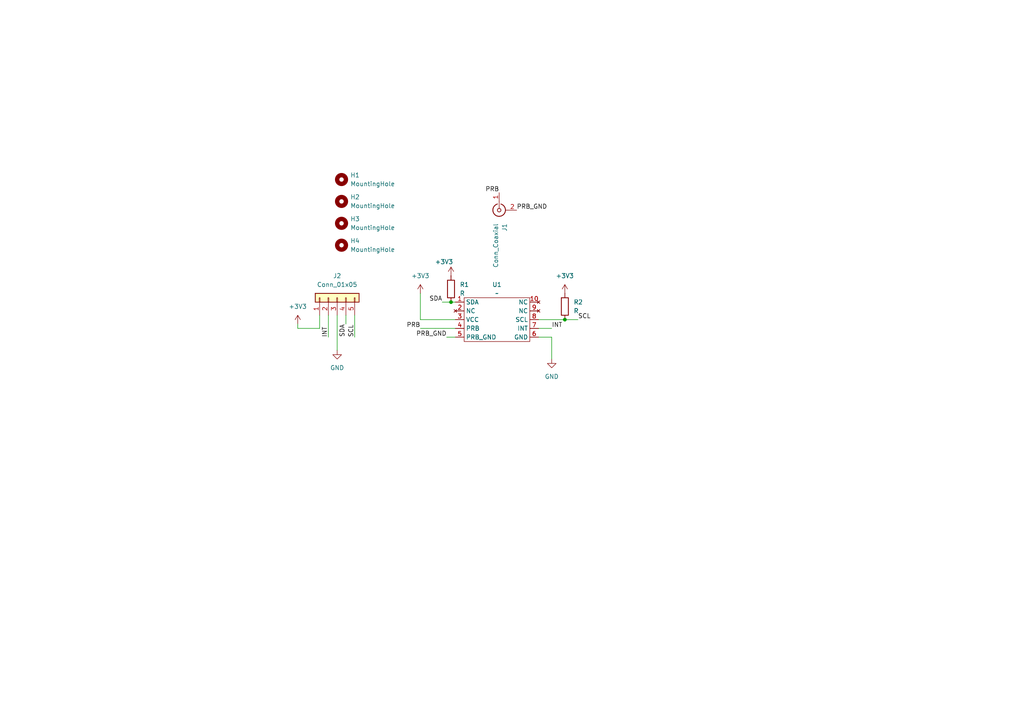
<source format=kicad_sch>
(kicad_sch (version 20231120) (generator "eeschema") (generator_version "8.0")
  (paper "A4")
  (lib_symbols
    (symbol "Connector:Conn_Coaxial" (pin_names (offset 1.016) hide)
      (property "Reference" "J" (at 0.254 3.048 0))
      (property "Value" "Conn_Coaxial" (at 2.921 0 90))
      (symbol "Conn_Coaxial_0_1"
        (arc (start -1.778 -0.508) (mid 0.2311 -1.8066) (end 1.778 0) (stroke (width 0.254)))
        (polyline (pts (xy -2.54 0) (xy -0.508 0)))
        (polyline (pts (xy 0 -2.54) (xy 0 -1.778)))
        (circle (center 0 0) (radius 0.508) (stroke (width 0.2032)))
        (arc (start 1.778 0) (mid 0.2099 1.8101) (end -1.778 0.508) (stroke (width 0.254)))
      )
      (symbol "Conn_Coaxial_1_1"
        (pin passive line (at -5.08 0 0) (length 2.54) (name "In") (number "1"))
        (pin passive line (at 0 -5.08 90) (length 2.54) (name "Ext") (number "2"))
      )
    )
    (symbol "Connector_Generic:Conn_01x05" (pin_names (offset 1.016) hide)
      (property "Reference" "J" (at 0 7.62 0))
      (property "Value" "Conn_01x05" (at 0 -7.62 0))
      (symbol "Conn_01x05_1_1"
        (rectangle (start -1.27 -4.953) (end 0 -5.207) (stroke (width 0.1524)))
        (rectangle (start -1.27 -2.413) (end 0 -2.667) (stroke (width 0.1524)))
        (rectangle (start -1.27 0.127) (end 0 -0.127) (stroke (width 0.1524)))
        (rectangle (start -1.27 2.667) (end 0 2.413) (stroke (width 0.1524)))
        (rectangle (start -1.27 5.207) (end 0 4.953) (stroke (width 0.1524)))
        (rectangle (start -1.27 6.35) (end 1.27 -6.35) (stroke (width 0.254)) (fill (type background)))
        (pin passive line (at -5.08 5.08 0) (length 3.81) (name "Pin_1") (number "1"))
        (pin passive line (at -5.08 2.54 0) (length 3.81) (name "Pin_2") (number "2"))
        (pin passive line (at -5.08 0 0) (length 3.81) (name "Pin_3") (number "3"))
        (pin passive line (at -5.08 -2.54 0) (length 3.81) (name "Pin_4") (number "4"))
        (pin passive line (at -5.08 -5.08 0) (length 3.81) (name "Pin_5") (number "5"))
      )
    )
    (symbol "Device:R" (pin_numbers hide) (pin_names (offset 0))
      (property "Reference" "R" (at 2.032 0 90))
      (property "Value" "R" (at 0 0 90))
      (symbol "R_0_1"
        (rectangle (start -1.016 -2.54) (end 1.016 2.54) (stroke (width 0.254)))
      )
      (symbol "R_1_1"
        (pin passive line (at 0 3.81 270) (length 1.27) (name "~") (number "1"))
        (pin passive line (at 0 -3.81 90) (length 1.27) (name "~") (number "2"))
      )
    )
    (symbol "Mechanical:MountingHole" (pin_names (offset 1.016)) (exclude_from_sim yes) (in_bom no)
      (property "Reference" "H" (at 0 5.08 0))
      (property "Value" "MountingHole" (at 0 3.175 0))
      (symbol "MountingHole_0_1"
        (circle (center 0 0) (radius 1.27) (stroke (width 1.27)))
      )
    )
    (symbol "atlas_oem:oem_ph"
      (property "Reference" "U1" (at -0.635 10.16 0))
      (property "Value" "~" (at -0.635 7.62 0))
      (symbol "oem_ph_0_1"
        (rectangle (start -10.16 6.35) (end 8.89 -6.35))
      )
      (symbol "oem_ph_1_1"
        (pin bidirectional line (at -12.7 5.08 0) (length 2.54) (name "SDA") (number "1"))
        (pin no_connect line (at 11.43 5.08 180) (length 2.54) (name "NC") (number "10"))
        (pin no_connect line (at -12.7 2.54 0) (length 2.54) (name "NC") (number "2"))
        (pin power_in line (at -12.7 0 0) (length 2.54) (name "VCC") (number "3"))
        (pin input line (at -12.7 -2.54 0) (length 2.54) (name "PRB") (number "4"))
        (pin power_in line (at -12.7 -5.08 0) (length 2.54) (name "PRB_GND") (number "5"))
        (pin power_in line (at 11.43 -5.08 180) (length 2.54) (name "GND") (number "6"))
        (pin output line (at 11.43 -2.54 180) (length 2.54) (name "INT") (number "7"))
        (pin input line (at 11.43 0 180) (length 2.54) (name "SCL") (number "8"))
        (pin no_connect line (at 11.43 2.54 180) (length 2.54) (name "NC") (number "9"))
      )
    )
    (symbol "power:+3V3" (power) (pin_numbers hide) (pin_names (offset 0) hide)
      (property "Value" "+3V3" (at 0 3.556 0))
      (symbol "+3V3_0_1"
        (polyline (pts (xy -0.762 1.27) (xy 0 2.54)))
        (polyline (pts (xy 0 0) (xy 0 2.54)))
        (polyline (pts (xy 0 2.54) (xy 0.762 1.27)))
      )
      (symbol "+3V3_1_1"
        (pin power_in line (at 0 0 90) (length 0) (name "~") (number "1"))
      )
    )
    (symbol "power:GND" (power) (pin_numbers hide) (pin_names (offset 0) hide)
      (property "Value" "GND" (at 0 -3.81 0))
      (symbol "GND_0_1"
        (polyline (pts (xy 0 0) (xy 0 -1.27) (xy 1.27 -1.27) (xy 0 -2.54) (xy -1.27 -1.27) (xy 0 -1.27)))
      )
      (symbol "GND_1_1"
        (pin power_in line (at 0 0 270) (length 0) (name "~") (number "1"))
      )
    )
  )
  (junction (at 130.81 87.63))
  (junction (at 163.83 92.71))
  (wire (pts (xy 163.83 92.71) (xy 167.64 92.71)))
  (wire (pts (xy 156.21 97.79) (xy 160.02 97.79)))
  (wire (pts (xy 97.79 91.44) (xy 97.79 101.6)))
  (wire (pts (xy 156.21 95.25) (xy 160.02 95.25)))
  (wire (pts (xy 121.92 92.71) (xy 132.08 92.71)))
  (wire (pts (xy 86.36 95.25) (xy 86.36 93.98)))
  (wire (pts (xy 128.27 87.63) (xy 130.81 87.63)))
  (wire (pts (xy 160.02 97.79) (xy 160.02 104.14)))
  (wire (pts (xy 95.25 91.44) (xy 95.25 97.79)))
  (wire (pts (xy 100.33 91.44) (xy 100.33 93.98)))
  (wire (pts (xy 102.87 91.44) (xy 102.87 97.79)))
  (wire (pts (xy 92.71 95.25) (xy 86.36 95.25)))
  (wire (pts (xy 156.21 92.71) (xy 163.83 92.71)))
  (wire (pts (xy 121.92 85.09) (xy 121.92 92.71)))
  (wire (pts (xy 130.81 87.63) (xy 132.08 87.63)))
  (wire (pts (xy 121.92 95.25) (xy 132.08 95.25)))
  (wire (pts (xy 129.54 97.79) (xy 132.08 97.79)))
  (wire (pts (xy 92.71 91.44) (xy 92.71 95.25)))
  (label "INT" (at 95.25 97.79 90))
  (label "PRB_GND" (at 129.54 97.79 180))
  (label "SCL" (at 102.87 97.79 90))
  (label "SDA" (at 128.27 87.63 180))
  (label "SDA" (at 100.33 93.98 270))
  (label "INT" (at 160.02 95.25 0))
  (label "PRB" (at 144.78 55.88 180))
  (label "PRB" (at 121.92 95.25 180))
  (label "PRB_GND" (at 149.86 60.96 0))
  (label "SCL" (at 167.64 92.71 0))
  (symbol (lib_id "Mechanical:MountingHole") (at 99.06 64.77 0) (unit 1) (exclude_from_sim yes) (in_bom no)
    (property "Reference" "H3" (at 101.6 63.4999 0) (effects (justify left)))
    (property "Value" "MountingHole" (at 101.6 66.0399 0) (effects (justify left)))
    (property "Footprint" "MountingHole:MountingHole_2.2mm_M2_Pad" (effects (hide yes)))
    (property "Description" "Mounting Hole without connection" (effects (hide yes)))
  )
  (symbol (lib_id "power:+3V3") (at 121.92 85.09 0) (unit 1)
    (property "Reference" "#PWR01" (effects (hide yes)))
    (property "Value" "+3V3" (at 121.92 80.01 0))
    (property "Description" "Power symbol creates a global label with name \"+3V3\"" (effects (hide yes)))
  )
  (symbol (lib_id "power:+3V3") (at 163.83 85.09 0) (unit 1)
    (property "Reference" "#PWR06" (effects (hide yes)))
    (property "Value" "+3V3" (at 163.83 80.01 0))
    (property "Description" "Power symbol creates a global label with name \"+3V3\"" (effects (hide yes)))
  )
  (symbol (lib_id "power:+3V3") (at 86.36 93.98 0) (unit 1)
    (property "Reference" "#PWR02" (effects (hide yes)))
    (property "Value" "+3V3" (at 86.36 88.9 0))
    (property "Description" "Power symbol creates a global label with name \"+3V3\"" (effects (hide yes)))
  )
  (symbol (lib_id "Connector_Generic:Conn_01x05") (at 97.79 86.36 90) (unit 1)
    (property "Reference" "J2" (at 97.79 80.01 90))
    (property "Value" "Conn_01x05" (at 97.79 82.55 90))
    (property "Footprint" "Connector_PinHeader_2.54mm:PinHeader_1x05_P2.54mm_Vertical" (effects (hide yes)))
    (property "Description" "Generic connector, single row, 01x05, script generated (kicad-library-utils/schlib/autogen/connector/)" (effects (hide yes)))
  )
  (symbol (lib_id "power:GND") (at 97.79 101.6 0) (unit 1)
    (property "Reference" "#PWR04" (effects (hide yes)))
    (property "Value" "GND" (at 97.79 106.68 0))
    (property "Description" "Power symbol creates a global label with name \"GND\" , ground" (effects (hide yes)))
  )
  (symbol (lib_id "power:+3V3") (at 130.81 80.01 0) (unit 1)
    (property "Reference" "#PWR05" (effects (hide yes)))
    (property "Value" "+3V3" (at 128.778 75.946 0))
    (property "Description" "Power symbol creates a global label with name \"+3V3\"" (effects (hide yes)))
  )
  (symbol (lib_id "Mechanical:MountingHole") (at 99.06 71.12 0) (unit 1) (exclude_from_sim yes) (in_bom no)
    (property "Reference" "H4" (at 101.6 69.8499 0) (effects (justify left)))
    (property "Value" "MountingHole" (at 101.6 72.3899 0) (effects (justify left)))
    (property "Footprint" "MountingHole:MountingHole_2.2mm_M2_Pad" (effects (hide yes)))
    (property "Description" "Mounting Hole without connection" (effects (hide yes)))
  )
  (symbol (lib_id "Connector:Conn_Coaxial") (at 144.78 60.96 90) (mirror x) (unit 1)
    (property "Reference" "J1" (at 146.3433 64.77 0) (effects (justify left)))
    (property "Value" "Conn_Coaxial" (at 143.8033 64.77 0) (effects (justify left)))
    (property "Footprint" "Connector_Coaxial:SMA_Amphenol_132289_EdgeMount" (effects (hide yes)))
    (property "Datasheet" " ~" (effects (hide yes)))
    (property "Description" "coaxial connector (BNC, SMA, SMB, SMC, Cinch/RCA, LEMO, ...)" (effects (hide yes)))
  )
  (symbol (lib_id "atlas_oem:oem_ph") (at 144.78 92.71 0) (unit 1)
    (property "Reference" "U1" (at 144.145 82.55 0))
    (property "Value" "~" (at 144.145 85.09 0))
    (property "Footprint" "OEM:OEM_PH" (effects (hide yes)))
  )
  (symbol (lib_id "Device:R") (at 130.81 83.82 0) (unit 1)
    (property "Reference" "R1" (at 133.35 82.5499 0) (effects (justify left)))
    (property "Value" "R" (at 133.35 85.0899 0) (effects (justify left)))
    (property "Footprint" "Resistor_SMD:R_1206_3216Metric_Pad1.30x1.75mm_HandSolder" (effects (hide yes)))
    (property "Description" "Resistor" (effects (hide yes)))
  )
  (symbol (lib_id "Mechanical:MountingHole") (at 99.06 58.42 0) (unit 1) (exclude_from_sim yes) (in_bom no)
    (property "Reference" "H2" (at 101.6 57.1499 0) (effects (justify left)))
    (property "Value" "MountingHole" (at 101.6 59.6899 0) (effects (justify left)))
    (property "Footprint" "MountingHole:MountingHole_2.2mm_M2_Pad" (effects (hide yes)))
    (property "Description" "Mounting Hole without connection" (effects (hide yes)))
  )
  (symbol (lib_id "power:GND") (at 160.02 104.14 0) (unit 1)
    (property "Reference" "#PWR03" (effects (hide yes)))
    (property "Value" "GND" (at 160.02 109.22 0))
    (property "Description" "Power symbol creates a global label with name \"GND\" , ground" (effects (hide yes)))
  )
  (symbol (lib_id "Mechanical:MountingHole") (at 99.06 52.07 0) (unit 1) (exclude_from_sim yes) (in_bom no)
    (property "Reference" "H1" (at 101.6 50.7999 0) (effects (justify left)))
    (property "Value" "MountingHole" (at 101.6 53.3399 0) (effects (justify left)))
    (property "Footprint" "MountingHole:MountingHole_2.2mm_M2_Pad" (effects (hide yes)))
    (property "Description" "Mounting Hole without connection" (effects (hide yes)))
  )
  (symbol (lib_id "Device:R") (at 163.83 88.9 0) (unit 1)
    (property "Reference" "R2" (at 166.37 87.6299 0) (effects (justify left)))
    (property "Value" "R" (at 166.37 90.1699 0) (effects (justify left)))
    (property "Footprint" "Resistor_SMD:R_1206_3216Metric_Pad1.30x1.75mm_HandSolder" (effects (hide yes)))
    (property "Description" "Resistor" (effects (hide yes)))
  )
)
</source>
